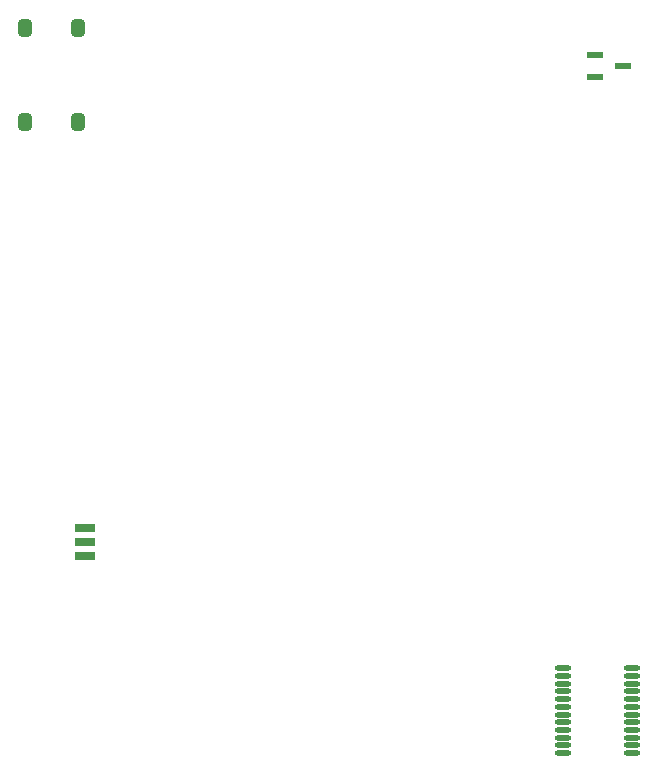
<source format=gtp>
G04*
G04 #@! TF.GenerationSoftware,Altium Limited,Altium Designer,19.0.10 (269)*
G04*
G04 Layer_Color=8421504*
%FSLAX24Y24*%
%MOIN*%
G70*
G01*
G75*
%ADD17R,0.0571X0.0236*%
G04:AMPARAMS|DCode=18|XSize=57mil|YSize=45mil|CornerRadius=11.3mil|HoleSize=0mil|Usage=FLASHONLY|Rotation=90.000|XOffset=0mil|YOffset=0mil|HoleType=Round|Shape=RoundedRectangle|*
%AMROUNDEDRECTD18*
21,1,0.0570,0.0225,0,0,90.0*
21,1,0.0345,0.0450,0,0,90.0*
1,1,0.0225,0.0113,0.0173*
1,1,0.0225,0.0113,-0.0173*
1,1,0.0225,-0.0113,-0.0173*
1,1,0.0225,-0.0113,0.0173*
%
%ADD18ROUNDEDRECTD18*%
%ADD19R,0.0670X0.0280*%
%ADD20O,0.0551X0.0177*%
D17*
X20925Y29124D02*
D03*
X20000Y28750D02*
D03*
Y29498D02*
D03*
D18*
X2768Y27250D02*
D03*
Y30404D02*
D03*
X1000Y27250D02*
D03*
Y30404D02*
D03*
D19*
X3000Y12778D02*
D03*
Y13250D02*
D03*
Y13730D02*
D03*
D20*
X21250Y6226D02*
D03*
Y6482D02*
D03*
Y6738D02*
D03*
Y6994D02*
D03*
Y7250D02*
D03*
Y7506D02*
D03*
Y7762D02*
D03*
Y8018D02*
D03*
Y8274D02*
D03*
Y8530D02*
D03*
Y8785D02*
D03*
Y9041D02*
D03*
X18927Y6226D02*
D03*
Y6482D02*
D03*
Y6738D02*
D03*
Y6994D02*
D03*
Y7250D02*
D03*
Y7506D02*
D03*
Y7762D02*
D03*
Y8018D02*
D03*
Y8274D02*
D03*
Y8530D02*
D03*
Y8785D02*
D03*
Y9041D02*
D03*
M02*

</source>
